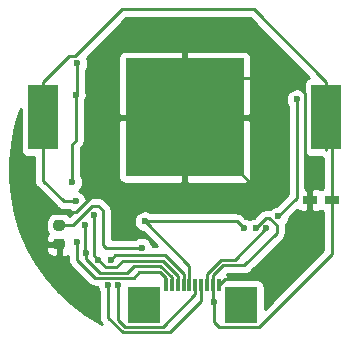
<source format=gtl>
G04 #@! TF.GenerationSoftware,KiCad,Pcbnew,5.1.6*
G04 #@! TF.CreationDate,2020-07-30T14:00:23+02:00*
G04 #@! TF.ProjectId,Watch,57617463-682e-46b6-9963-61645f706362,rev?*
G04 #@! TF.SameCoordinates,Original*
G04 #@! TF.FileFunction,Copper,L1,Top*
G04 #@! TF.FilePolarity,Positive*
%FSLAX46Y46*%
G04 Gerber Fmt 4.6, Leading zero omitted, Abs format (unit mm)*
G04 Created by KiCad (PCBNEW 5.1.6) date 2020-07-30 14:00:23*
%MOMM*%
%LPD*%
G01*
G04 APERTURE LIST*
G04 #@! TA.AperFunction,SMDPad,CuDef*
%ADD10R,2.500000X5.500000*%
G04 #@! TD*
G04 #@! TA.AperFunction,SMDPad,CuDef*
%ADD11R,10.000000X10.000000*%
G04 #@! TD*
G04 #@! TA.AperFunction,SMDPad,CuDef*
%ADD12R,1.200000X0.750000*%
G04 #@! TD*
G04 #@! TA.AperFunction,SMDPad,CuDef*
%ADD13R,0.300000X1.100000*%
G04 #@! TD*
G04 #@! TA.AperFunction,SMDPad,CuDef*
%ADD14R,2.700000X3.100000*%
G04 #@! TD*
G04 #@! TA.AperFunction,ViaPad*
%ADD15C,0.600000*%
G04 #@! TD*
G04 #@! TA.AperFunction,Conductor*
%ADD16C,0.250000*%
G04 #@! TD*
G04 #@! TA.AperFunction,Conductor*
%ADD17C,0.254000*%
G04 #@! TD*
G04 APERTURE END LIST*
D10*
X149500000Y-96500000D03*
X125500000Y-96500000D03*
D11*
X137500000Y-96500000D03*
D12*
X149982000Y-103505000D03*
X148082000Y-103505000D03*
D13*
X135909000Y-110695000D03*
X136409000Y-110695000D03*
X136909000Y-110695000D03*
X137409000Y-110695000D03*
X137909000Y-110695000D03*
X138409000Y-110695000D03*
X138909000Y-110695000D03*
X139409000Y-110695000D03*
X139909000Y-110695000D03*
X140409000Y-110695000D03*
D14*
X134039000Y-112395000D03*
X142279000Y-112395000D03*
G04 #@! TA.AperFunction,SMDPad,CuDef*
G36*
G01*
X127129250Y-107676500D02*
X126616750Y-107676500D01*
G75*
G02*
X126398000Y-107457750I0J218750D01*
G01*
X126398000Y-107020250D01*
G75*
G02*
X126616750Y-106801500I218750J0D01*
G01*
X127129250Y-106801500D01*
G75*
G02*
X127348000Y-107020250I0J-218750D01*
G01*
X127348000Y-107457750D01*
G75*
G02*
X127129250Y-107676500I-218750J0D01*
G01*
G37*
G04 #@! TD.AperFunction*
G04 #@! TA.AperFunction,SMDPad,CuDef*
G36*
G01*
X127129250Y-106101500D02*
X126616750Y-106101500D01*
G75*
G02*
X126398000Y-105882750I0J218750D01*
G01*
X126398000Y-105445250D01*
G75*
G02*
X126616750Y-105226500I218750J0D01*
G01*
X127129250Y-105226500D01*
G75*
G02*
X127348000Y-105445250I0J-218750D01*
G01*
X127348000Y-105882750D01*
G75*
G02*
X127129250Y-106101500I-218750J0D01*
G01*
G37*
G04 #@! TD.AperFunction*
D15*
X128270000Y-103632000D03*
X143510000Y-105918000D03*
X139954000Y-112141000D03*
X144600000Y-102997000D03*
X144046000Y-110208000D03*
X130400000Y-102997000D03*
X129032000Y-105664000D03*
X129168990Y-108006575D03*
X128397000Y-107061000D03*
X144398730Y-105917730D03*
X129794000Y-104775000D03*
X130175000Y-108585000D03*
X134149906Y-105320906D03*
X142494000Y-105918000D03*
X131247247Y-108594990D03*
X147000000Y-95000000D03*
X145413968Y-104901988D03*
X128000000Y-102000000D03*
X128270000Y-94615000D03*
X128397000Y-91948000D03*
X131027449Y-110730471D03*
X131827452Y-110734149D03*
X133858000Y-107569000D03*
D16*
X125000000Y-97000000D02*
X125500000Y-96500000D01*
X150000000Y-97000000D02*
X149500000Y-96500000D01*
X149500000Y-96500000D02*
X149500000Y-99250000D01*
X128270000Y-103632000D02*
X127254000Y-103632000D01*
X125500000Y-101878000D02*
X125500000Y-96500000D01*
X127254000Y-103632000D02*
X125500000Y-101878000D01*
X149982000Y-96982000D02*
X149500000Y-96500000D01*
X149982000Y-103505000D02*
X149982000Y-96982000D01*
X145288000Y-105664000D02*
X145288000Y-106300411D01*
X143510000Y-105918000D02*
X144399000Y-105029000D01*
X144399000Y-105029000D02*
X144653000Y-105029000D01*
X144653000Y-105029000D02*
X145288000Y-105664000D01*
X145288000Y-106300411D02*
X142553400Y-109035011D01*
X142553400Y-109035011D02*
X140775399Y-109035011D01*
X140775399Y-109035011D02*
X139909000Y-109901410D01*
X139909000Y-109901410D02*
X139909000Y-110695000D01*
X125500000Y-93500000D02*
X125500000Y-96500000D01*
X127677001Y-91322999D02*
X125500000Y-93500000D01*
X132207000Y-87376000D02*
X128260001Y-91322999D01*
X128260001Y-91322999D02*
X127677001Y-91322999D01*
X143376000Y-87376000D02*
X132207000Y-87376000D01*
X149500000Y-96500000D02*
X149500000Y-93500000D01*
X149500000Y-93500000D02*
X143376000Y-87376000D01*
X139909000Y-112096000D02*
X139954000Y-112141000D01*
X139909000Y-110695000D02*
X139909000Y-112096000D01*
X149987000Y-108077000D02*
X149987000Y-103510000D01*
X143793999Y-114270001D02*
X149987000Y-108077000D01*
X149987000Y-103510000D02*
X149982000Y-103505000D01*
X140388737Y-114270001D02*
X143793999Y-114270001D01*
X139954000Y-113835264D02*
X140388737Y-114270001D01*
X139954000Y-112141000D02*
X139954000Y-113835264D01*
X144000000Y-103000000D02*
X137500000Y-96500000D01*
X140896000Y-110208000D02*
X144046000Y-110208000D01*
X140409000Y-110695000D02*
X140896000Y-110208000D01*
X148087000Y-105622998D02*
X148087000Y-105283000D01*
X144046000Y-109663998D02*
X148087000Y-105622998D01*
X144046000Y-110208000D02*
X144046000Y-109663998D01*
X148087000Y-103510000D02*
X148082000Y-103505000D01*
X148087000Y-105283000D02*
X148087000Y-103510000D01*
X144650000Y-103000000D02*
X144653000Y-102997000D01*
X144000000Y-103000000D02*
X144650000Y-103000000D01*
X148082000Y-102880000D02*
X147701000Y-102499000D01*
X148082000Y-103505000D02*
X148082000Y-102880000D01*
X147701000Y-102499000D02*
X147701000Y-94488000D01*
X147701000Y-94488000D02*
X146431000Y-93218000D01*
X140782000Y-93218000D02*
X137500000Y-96500000D01*
X146431000Y-93218000D02*
X140782000Y-93218000D01*
X129794000Y-102997000D02*
X130400000Y-102997000D01*
X128270000Y-104521000D02*
X129794000Y-102997000D01*
X126111000Y-104521000D02*
X128270000Y-104521000D01*
X125095000Y-105537000D02*
X126111000Y-104521000D01*
X125095000Y-106553000D02*
X125095000Y-105537000D01*
X125781000Y-107239000D02*
X125095000Y-106553000D01*
X126873000Y-107239000D02*
X125781000Y-107239000D01*
X129032000Y-105664000D02*
X129032000Y-107869585D01*
X129032000Y-107869585D02*
X129168990Y-108006575D01*
X129168990Y-108006575D02*
X129168990Y-108467990D01*
X135449503Y-109094023D02*
X136409000Y-110053520D01*
X136409000Y-110053520D02*
X136409000Y-110695000D01*
X129168990Y-108467990D02*
X130377907Y-109676907D01*
X132602315Y-109676907D02*
X133185199Y-109094023D01*
X133185199Y-109094023D02*
X135449503Y-109094023D01*
X130377907Y-109676907D02*
X132602315Y-109676907D01*
X128397000Y-107061000D02*
X128397000Y-108585000D01*
X128397000Y-108585000D02*
X129888918Y-110076918D01*
X135909000Y-110695000D02*
X135909000Y-110128000D01*
X135909000Y-110128000D02*
X135382000Y-109601000D01*
X133666836Y-109601000D02*
X133190918Y-110076918D01*
X135382000Y-109601000D02*
X133666836Y-109601000D01*
X129888918Y-110076918D02*
X133190918Y-110076918D01*
X139409000Y-109765000D02*
X140589000Y-108585000D01*
X139409000Y-110695000D02*
X139409000Y-109765000D01*
X140589000Y-108585000D02*
X141731460Y-108585000D01*
X141731460Y-108585000D02*
X144398730Y-105917730D01*
X130175000Y-108585000D02*
X129794000Y-108204000D01*
X129794000Y-108204000D02*
X129794000Y-104775000D01*
X130175000Y-108585000D02*
X130810000Y-109220000D01*
X132273578Y-108644012D02*
X135635902Y-108644012D01*
X130810000Y-109220000D02*
X131697590Y-109220000D01*
X136909000Y-109917110D02*
X136909000Y-110695000D01*
X135635902Y-108644012D02*
X136909000Y-109917110D01*
X131697590Y-109220000D02*
X132273578Y-108644012D01*
X141896906Y-105320906D02*
X142494000Y-105918000D01*
X134149906Y-105320906D02*
X141896906Y-105320906D01*
X137909000Y-109080000D02*
X134149906Y-105320906D01*
X137909000Y-110695000D02*
X137909000Y-109080000D01*
X131247247Y-108594990D02*
X131648236Y-108194001D01*
X137409000Y-109780700D02*
X137409000Y-110695000D01*
X135822301Y-108194001D02*
X137409000Y-109780700D01*
X131648236Y-108194001D02*
X135822301Y-108194001D01*
X147000000Y-103315956D02*
X145413968Y-104901988D01*
X147000000Y-95000000D02*
X147000000Y-103315956D01*
X128000000Y-98750000D02*
X128000000Y-102000000D01*
X128270000Y-98480000D02*
X128000000Y-98750000D01*
X128270000Y-94615000D02*
X128270000Y-98480000D01*
X128397000Y-94488000D02*
X128270000Y-94615000D01*
X128397000Y-91948000D02*
X128397000Y-94488000D01*
X138909000Y-110695000D02*
X138909000Y-112043000D01*
X138909000Y-112043000D02*
X136231989Y-114720011D01*
X136231989Y-114720011D02*
X132244600Y-114720011D01*
X132244600Y-114720011D02*
X131027449Y-113502860D01*
X131027449Y-113502860D02*
X131027449Y-110730471D01*
X138409000Y-111495000D02*
X138409000Y-110695000D01*
X135633999Y-114270001D02*
X138409000Y-111495000D01*
X132431001Y-114270001D02*
X135633999Y-114270001D01*
X131827452Y-113666452D02*
X132431001Y-114270001D01*
X131827452Y-110734149D02*
X131827452Y-113666452D01*
X130556000Y-107315000D02*
X130810000Y-107569000D01*
X126873000Y-105664000D02*
X128017410Y-105664000D01*
X128017410Y-105664000D02*
X129668410Y-104013000D01*
X129668410Y-104013000D02*
X130175000Y-104013000D01*
X130175000Y-104013000D02*
X130556000Y-104394000D01*
X130556000Y-104394000D02*
X130556000Y-107315000D01*
X130810000Y-107569000D02*
X133858000Y-107569000D01*
D17*
G36*
X123611928Y-99250000D02*
G01*
X123624188Y-99374482D01*
X123660498Y-99494180D01*
X123719463Y-99604494D01*
X123798815Y-99701185D01*
X123895506Y-99780537D01*
X124005820Y-99839502D01*
X124125518Y-99875812D01*
X124250000Y-99888072D01*
X124740000Y-99888072D01*
X124740000Y-101840677D01*
X124736324Y-101878000D01*
X124740000Y-101915322D01*
X124740000Y-101915332D01*
X124750997Y-102026985D01*
X124788005Y-102148986D01*
X124794454Y-102170246D01*
X124865026Y-102302276D01*
X124904871Y-102350826D01*
X124959999Y-102418001D01*
X124989003Y-102441804D01*
X126690201Y-104143003D01*
X126713999Y-104172001D01*
X126742997Y-104195799D01*
X126829724Y-104266974D01*
X126961753Y-104337546D01*
X127105014Y-104381003D01*
X127254000Y-104395677D01*
X127291333Y-104392000D01*
X127724465Y-104392000D01*
X127827111Y-104460586D01*
X127997271Y-104531068D01*
X128062555Y-104544054D01*
X127749588Y-104857021D01*
X127735115Y-104839385D01*
X127605275Y-104732829D01*
X127457142Y-104653650D01*
X127296408Y-104604892D01*
X127129250Y-104588428D01*
X126616750Y-104588428D01*
X126449592Y-104604892D01*
X126288858Y-104653650D01*
X126140725Y-104732829D01*
X126010885Y-104839385D01*
X125904329Y-104969225D01*
X125825150Y-105117358D01*
X125776392Y-105278092D01*
X125759928Y-105445250D01*
X125759928Y-105882750D01*
X125776392Y-106049908D01*
X125825150Y-106210642D01*
X125904329Y-106358775D01*
X125922100Y-106380430D01*
X125867463Y-106447006D01*
X125808498Y-106557320D01*
X125772188Y-106677018D01*
X125759928Y-106801500D01*
X125763000Y-106953250D01*
X125921750Y-107112000D01*
X126746000Y-107112000D01*
X126746000Y-107092000D01*
X127000000Y-107092000D01*
X127000000Y-107112000D01*
X127020000Y-107112000D01*
X127020000Y-107366000D01*
X127000000Y-107366000D01*
X127000000Y-108152750D01*
X127158750Y-108311500D01*
X127348000Y-108314572D01*
X127472482Y-108302312D01*
X127592180Y-108266002D01*
X127637001Y-108242044D01*
X127637001Y-108547668D01*
X127633324Y-108585000D01*
X127637001Y-108622333D01*
X127647998Y-108733986D01*
X127655961Y-108760236D01*
X127691454Y-108877246D01*
X127762026Y-109009276D01*
X127831577Y-109094023D01*
X127857000Y-109125001D01*
X127885998Y-109148799D01*
X129325119Y-110587921D01*
X129348917Y-110616919D01*
X129464642Y-110711892D01*
X129596671Y-110782464D01*
X129739932Y-110825921D01*
X129851585Y-110836918D01*
X129851593Y-110836918D01*
X129888918Y-110840594D01*
X129926243Y-110836918D01*
X130095305Y-110836918D01*
X130128381Y-111003200D01*
X130198863Y-111173360D01*
X130267450Y-111276008D01*
X130267449Y-113465537D01*
X130263773Y-113502860D01*
X130267449Y-113540182D01*
X130267449Y-113540192D01*
X130278446Y-113651845D01*
X130321903Y-113795106D01*
X130392475Y-113927136D01*
X130419455Y-113960011D01*
X130487099Y-114042436D01*
X130309273Y-113955208D01*
X129035510Y-113161265D01*
X127848604Y-112242531D01*
X126760734Y-111208434D01*
X125783063Y-110069584D01*
X124925624Y-108837668D01*
X124281124Y-107676500D01*
X125759928Y-107676500D01*
X125772188Y-107800982D01*
X125808498Y-107920680D01*
X125867463Y-108030994D01*
X125946815Y-108127685D01*
X126043506Y-108207037D01*
X126153820Y-108266002D01*
X126273518Y-108302312D01*
X126398000Y-108314572D01*
X126587250Y-108311500D01*
X126746000Y-108152750D01*
X126746000Y-107366000D01*
X125921750Y-107366000D01*
X125763000Y-107524750D01*
X125759928Y-107676500D01*
X124281124Y-107676500D01*
X124197216Y-107525327D01*
X123605312Y-106146027D01*
X123155986Y-104713923D01*
X122853849Y-103243708D01*
X122702002Y-101750470D01*
X122702002Y-100249530D01*
X122853849Y-98756292D01*
X123155986Y-97286077D01*
X123605312Y-95853973D01*
X123611928Y-95838556D01*
X123611928Y-99250000D01*
G37*
X123611928Y-99250000D02*
X123624188Y-99374482D01*
X123660498Y-99494180D01*
X123719463Y-99604494D01*
X123798815Y-99701185D01*
X123895506Y-99780537D01*
X124005820Y-99839502D01*
X124125518Y-99875812D01*
X124250000Y-99888072D01*
X124740000Y-99888072D01*
X124740000Y-101840677D01*
X124736324Y-101878000D01*
X124740000Y-101915322D01*
X124740000Y-101915332D01*
X124750997Y-102026985D01*
X124788005Y-102148986D01*
X124794454Y-102170246D01*
X124865026Y-102302276D01*
X124904871Y-102350826D01*
X124959999Y-102418001D01*
X124989003Y-102441804D01*
X126690201Y-104143003D01*
X126713999Y-104172001D01*
X126742997Y-104195799D01*
X126829724Y-104266974D01*
X126961753Y-104337546D01*
X127105014Y-104381003D01*
X127254000Y-104395677D01*
X127291333Y-104392000D01*
X127724465Y-104392000D01*
X127827111Y-104460586D01*
X127997271Y-104531068D01*
X128062555Y-104544054D01*
X127749588Y-104857021D01*
X127735115Y-104839385D01*
X127605275Y-104732829D01*
X127457142Y-104653650D01*
X127296408Y-104604892D01*
X127129250Y-104588428D01*
X126616750Y-104588428D01*
X126449592Y-104604892D01*
X126288858Y-104653650D01*
X126140725Y-104732829D01*
X126010885Y-104839385D01*
X125904329Y-104969225D01*
X125825150Y-105117358D01*
X125776392Y-105278092D01*
X125759928Y-105445250D01*
X125759928Y-105882750D01*
X125776392Y-106049908D01*
X125825150Y-106210642D01*
X125904329Y-106358775D01*
X125922100Y-106380430D01*
X125867463Y-106447006D01*
X125808498Y-106557320D01*
X125772188Y-106677018D01*
X125759928Y-106801500D01*
X125763000Y-106953250D01*
X125921750Y-107112000D01*
X126746000Y-107112000D01*
X126746000Y-107092000D01*
X127000000Y-107092000D01*
X127000000Y-107112000D01*
X127020000Y-107112000D01*
X127020000Y-107366000D01*
X127000000Y-107366000D01*
X127000000Y-108152750D01*
X127158750Y-108311500D01*
X127348000Y-108314572D01*
X127472482Y-108302312D01*
X127592180Y-108266002D01*
X127637001Y-108242044D01*
X127637001Y-108547668D01*
X127633324Y-108585000D01*
X127637001Y-108622333D01*
X127647998Y-108733986D01*
X127655961Y-108760236D01*
X127691454Y-108877246D01*
X127762026Y-109009276D01*
X127831577Y-109094023D01*
X127857000Y-109125001D01*
X127885998Y-109148799D01*
X129325119Y-110587921D01*
X129348917Y-110616919D01*
X129464642Y-110711892D01*
X129596671Y-110782464D01*
X129739932Y-110825921D01*
X129851585Y-110836918D01*
X129851593Y-110836918D01*
X129888918Y-110840594D01*
X129926243Y-110836918D01*
X130095305Y-110836918D01*
X130128381Y-111003200D01*
X130198863Y-111173360D01*
X130267450Y-111276008D01*
X130267449Y-113465537D01*
X130263773Y-113502860D01*
X130267449Y-113540182D01*
X130267449Y-113540192D01*
X130278446Y-113651845D01*
X130321903Y-113795106D01*
X130392475Y-113927136D01*
X130419455Y-113960011D01*
X130487099Y-114042436D01*
X130309273Y-113955208D01*
X129035510Y-113161265D01*
X127848604Y-112242531D01*
X126760734Y-111208434D01*
X125783063Y-110069584D01*
X124925624Y-108837668D01*
X124281124Y-107676500D01*
X125759928Y-107676500D01*
X125772188Y-107800982D01*
X125808498Y-107920680D01*
X125867463Y-108030994D01*
X125946815Y-108127685D01*
X126043506Y-108207037D01*
X126153820Y-108266002D01*
X126273518Y-108302312D01*
X126398000Y-108314572D01*
X126587250Y-108311500D01*
X126746000Y-108152750D01*
X126746000Y-107366000D01*
X125921750Y-107366000D01*
X125763000Y-107524750D01*
X125759928Y-107676500D01*
X124281124Y-107676500D01*
X124197216Y-107525327D01*
X123605312Y-106146027D01*
X123155986Y-104713923D01*
X122853849Y-103243708D01*
X122702002Y-101750470D01*
X122702002Y-100249530D01*
X122853849Y-98756292D01*
X123155986Y-97286077D01*
X123605312Y-95853973D01*
X123611928Y-95838556D01*
X123611928Y-99250000D01*
G36*
X147798815Y-99701185D02*
G01*
X147895506Y-99780537D01*
X148005820Y-99839502D01*
X148125518Y-99875812D01*
X148250000Y-99888072D01*
X149081521Y-99888072D01*
X149207754Y-99955546D01*
X149222001Y-99959868D01*
X149222000Y-102514962D01*
X149137820Y-102540498D01*
X149032000Y-102597061D01*
X148926180Y-102540498D01*
X148806482Y-102504188D01*
X148682000Y-102491928D01*
X148367750Y-102495000D01*
X148209000Y-102653750D01*
X148209000Y-103378000D01*
X148229000Y-103378000D01*
X148229000Y-103632000D01*
X148209000Y-103632000D01*
X148209000Y-104356250D01*
X148367750Y-104515000D01*
X148682000Y-104518072D01*
X148806482Y-104505812D01*
X148926180Y-104469502D01*
X149032000Y-104412939D01*
X149137820Y-104469502D01*
X149227001Y-104496555D01*
X149227000Y-107762198D01*
X144267072Y-112722127D01*
X144267072Y-110845000D01*
X144254812Y-110720518D01*
X144218502Y-110600820D01*
X144159537Y-110490506D01*
X144080185Y-110393815D01*
X143983494Y-110314463D01*
X143873180Y-110255498D01*
X143753482Y-110219188D01*
X143629000Y-110206928D01*
X141196375Y-110206928D01*
X141196965Y-110156675D01*
X141186984Y-110031989D01*
X141152871Y-109911647D01*
X141095935Y-109800273D01*
X141091775Y-109795011D01*
X142516078Y-109795011D01*
X142553400Y-109798687D01*
X142590722Y-109795011D01*
X142590733Y-109795011D01*
X142702386Y-109784014D01*
X142845647Y-109740557D01*
X142977676Y-109669985D01*
X143093401Y-109575012D01*
X143117204Y-109546008D01*
X145799008Y-106864206D01*
X145828001Y-106840412D01*
X145851795Y-106811419D01*
X145851799Y-106811415D01*
X145922973Y-106724688D01*
X145946846Y-106680026D01*
X145993546Y-106592658D01*
X146037003Y-106449397D01*
X146048000Y-106337744D01*
X146048000Y-106337735D01*
X146051676Y-106300412D01*
X146048000Y-106263089D01*
X146048000Y-105701333D01*
X146051677Y-105664000D01*
X146044734Y-105593512D01*
X146140230Y-105498016D01*
X146242554Y-105344877D01*
X146313036Y-105174717D01*
X146337121Y-105053637D01*
X147046610Y-104344148D01*
X147127506Y-104410537D01*
X147237820Y-104469502D01*
X147357518Y-104505812D01*
X147482000Y-104518072D01*
X147796250Y-104515000D01*
X147955000Y-104356250D01*
X147955000Y-103632000D01*
X147935000Y-103632000D01*
X147935000Y-103378000D01*
X147955000Y-103378000D01*
X147955000Y-102653750D01*
X147796250Y-102495000D01*
X147760000Y-102494646D01*
X147760000Y-99653889D01*
X147798815Y-99701185D01*
G37*
X147798815Y-99701185D02*
X147895506Y-99780537D01*
X148005820Y-99839502D01*
X148125518Y-99875812D01*
X148250000Y-99888072D01*
X149081521Y-99888072D01*
X149207754Y-99955546D01*
X149222001Y-99959868D01*
X149222000Y-102514962D01*
X149137820Y-102540498D01*
X149032000Y-102597061D01*
X148926180Y-102540498D01*
X148806482Y-102504188D01*
X148682000Y-102491928D01*
X148367750Y-102495000D01*
X148209000Y-102653750D01*
X148209000Y-103378000D01*
X148229000Y-103378000D01*
X148229000Y-103632000D01*
X148209000Y-103632000D01*
X148209000Y-104356250D01*
X148367750Y-104515000D01*
X148682000Y-104518072D01*
X148806482Y-104505812D01*
X148926180Y-104469502D01*
X149032000Y-104412939D01*
X149137820Y-104469502D01*
X149227001Y-104496555D01*
X149227000Y-107762198D01*
X144267072Y-112722127D01*
X144267072Y-110845000D01*
X144254812Y-110720518D01*
X144218502Y-110600820D01*
X144159537Y-110490506D01*
X144080185Y-110393815D01*
X143983494Y-110314463D01*
X143873180Y-110255498D01*
X143753482Y-110219188D01*
X143629000Y-110206928D01*
X141196375Y-110206928D01*
X141196965Y-110156675D01*
X141186984Y-110031989D01*
X141152871Y-109911647D01*
X141095935Y-109800273D01*
X141091775Y-109795011D01*
X142516078Y-109795011D01*
X142553400Y-109798687D01*
X142590722Y-109795011D01*
X142590733Y-109795011D01*
X142702386Y-109784014D01*
X142845647Y-109740557D01*
X142977676Y-109669985D01*
X143093401Y-109575012D01*
X143117204Y-109546008D01*
X145799008Y-106864206D01*
X145828001Y-106840412D01*
X145851795Y-106811419D01*
X145851799Y-106811415D01*
X145922973Y-106724688D01*
X145946846Y-106680026D01*
X145993546Y-106592658D01*
X146037003Y-106449397D01*
X146048000Y-106337744D01*
X146048000Y-106337735D01*
X146051676Y-106300412D01*
X146048000Y-106263089D01*
X146048000Y-105701333D01*
X146051677Y-105664000D01*
X146044734Y-105593512D01*
X146140230Y-105498016D01*
X146242554Y-105344877D01*
X146313036Y-105174717D01*
X146337121Y-105053637D01*
X147046610Y-104344148D01*
X147127506Y-104410537D01*
X147237820Y-104469502D01*
X147357518Y-104505812D01*
X147482000Y-104518072D01*
X147796250Y-104515000D01*
X147955000Y-104356250D01*
X147955000Y-103632000D01*
X147935000Y-103632000D01*
X147935000Y-103378000D01*
X147955000Y-103378000D01*
X147955000Y-102653750D01*
X147796250Y-102495000D01*
X147760000Y-102494646D01*
X147760000Y-99653889D01*
X147798815Y-99701185D01*
G36*
X148067105Y-93141907D02*
G01*
X148005820Y-93160498D01*
X147895506Y-93219463D01*
X147798815Y-93298815D01*
X147719463Y-93395506D01*
X147660498Y-93505820D01*
X147624188Y-93625518D01*
X147611928Y-93750000D01*
X147611928Y-94289638D01*
X147596028Y-94273738D01*
X147442889Y-94171414D01*
X147272729Y-94100932D01*
X147092089Y-94065000D01*
X146907911Y-94065000D01*
X146727271Y-94100932D01*
X146557111Y-94171414D01*
X146403972Y-94273738D01*
X146273738Y-94403972D01*
X146171414Y-94557111D01*
X146100932Y-94727271D01*
X146065000Y-94907911D01*
X146065000Y-95092089D01*
X146100932Y-95272729D01*
X146171414Y-95442889D01*
X146240000Y-95545536D01*
X146240001Y-103001153D01*
X145262319Y-103978835D01*
X145141239Y-104002920D01*
X144971079Y-104073402D01*
X144817940Y-104175726D01*
X144721588Y-104272078D01*
X144690333Y-104269000D01*
X144690322Y-104269000D01*
X144653000Y-104265324D01*
X144615678Y-104269000D01*
X144436323Y-104269000D01*
X144399000Y-104265324D01*
X144361677Y-104269000D01*
X144361667Y-104269000D01*
X144250014Y-104279997D01*
X144106753Y-104323454D01*
X143974724Y-104394026D01*
X143858999Y-104488999D01*
X143835201Y-104517997D01*
X143358351Y-104994847D01*
X143237271Y-105018932D01*
X143067111Y-105089414D01*
X143002000Y-105132920D01*
X142936889Y-105089414D01*
X142766729Y-105018932D01*
X142645649Y-104994847D01*
X142460709Y-104809908D01*
X142436907Y-104780905D01*
X142321182Y-104685932D01*
X142189153Y-104615360D01*
X142045892Y-104571903D01*
X141934239Y-104560906D01*
X141934228Y-104560906D01*
X141896906Y-104557230D01*
X141859584Y-104560906D01*
X134695441Y-104560906D01*
X134592795Y-104492320D01*
X134422635Y-104421838D01*
X134241995Y-104385906D01*
X134057817Y-104385906D01*
X133877177Y-104421838D01*
X133707017Y-104492320D01*
X133553878Y-104594644D01*
X133423644Y-104724878D01*
X133321320Y-104878017D01*
X133250838Y-105048177D01*
X133214906Y-105228817D01*
X133214906Y-105412995D01*
X133250838Y-105593635D01*
X133321320Y-105763795D01*
X133423644Y-105916934D01*
X133553878Y-106047168D01*
X133707017Y-106149492D01*
X133877177Y-106219974D01*
X133998258Y-106244059D01*
X135188200Y-107434001D01*
X134784465Y-107434001D01*
X134757068Y-107296271D01*
X134686586Y-107126111D01*
X134584262Y-106972972D01*
X134454028Y-106842738D01*
X134300889Y-106740414D01*
X134130729Y-106669932D01*
X133950089Y-106634000D01*
X133765911Y-106634000D01*
X133585271Y-106669932D01*
X133415111Y-106740414D01*
X133312465Y-106809000D01*
X131316000Y-106809000D01*
X131316000Y-104431322D01*
X131319676Y-104393999D01*
X131316000Y-104356676D01*
X131316000Y-104356667D01*
X131305003Y-104245014D01*
X131261546Y-104101753D01*
X131190974Y-103969724D01*
X131096001Y-103853999D01*
X131066998Y-103830197D01*
X130738804Y-103502003D01*
X130715001Y-103472999D01*
X130599276Y-103378026D01*
X130467247Y-103307454D01*
X130323986Y-103263997D01*
X130212333Y-103253000D01*
X130212322Y-103253000D01*
X130175000Y-103249324D01*
X130137678Y-103253000D01*
X129705743Y-103253000D01*
X129668410Y-103249323D01*
X129631077Y-103253000D01*
X129519424Y-103263997D01*
X129376163Y-103307454D01*
X129244134Y-103378026D01*
X129182810Y-103428354D01*
X129169068Y-103359271D01*
X129098586Y-103189111D01*
X128996262Y-103035972D01*
X128866028Y-102905738D01*
X128712889Y-102803414D01*
X128569469Y-102744008D01*
X128596028Y-102726262D01*
X128726262Y-102596028D01*
X128828586Y-102442889D01*
X128899068Y-102272729D01*
X128935000Y-102092089D01*
X128935000Y-101907911D01*
X128899068Y-101727271D01*
X128828586Y-101557111D01*
X128790426Y-101500000D01*
X131861928Y-101500000D01*
X131874188Y-101624482D01*
X131910498Y-101744180D01*
X131969463Y-101854494D01*
X132048815Y-101951185D01*
X132145506Y-102030537D01*
X132255820Y-102089502D01*
X132375518Y-102125812D01*
X132500000Y-102138072D01*
X137214250Y-102135000D01*
X137373000Y-101976250D01*
X137373000Y-96627000D01*
X137627000Y-96627000D01*
X137627000Y-101976250D01*
X137785750Y-102135000D01*
X142500000Y-102138072D01*
X142624482Y-102125812D01*
X142744180Y-102089502D01*
X142854494Y-102030537D01*
X142951185Y-101951185D01*
X143030537Y-101854494D01*
X143089502Y-101744180D01*
X143125812Y-101624482D01*
X143138072Y-101500000D01*
X143135000Y-96785750D01*
X142976250Y-96627000D01*
X137627000Y-96627000D01*
X137373000Y-96627000D01*
X132023750Y-96627000D01*
X131865000Y-96785750D01*
X131861928Y-101500000D01*
X128790426Y-101500000D01*
X128760000Y-101454465D01*
X128760000Y-99064801D01*
X128780997Y-99043804D01*
X128810001Y-99020001D01*
X128904974Y-98904276D01*
X128975546Y-98772247D01*
X129019003Y-98628986D01*
X129030000Y-98517333D01*
X129030000Y-98517325D01*
X129033676Y-98480000D01*
X129030000Y-98442675D01*
X129030000Y-95160535D01*
X129098586Y-95057889D01*
X129169068Y-94887729D01*
X129205000Y-94707089D01*
X129205000Y-94522911D01*
X129169068Y-94342271D01*
X129157000Y-94313136D01*
X129157000Y-92493535D01*
X129225586Y-92390889D01*
X129296068Y-92220729D01*
X129332000Y-92040089D01*
X129332000Y-91855911D01*
X129296068Y-91675271D01*
X129225586Y-91505111D01*
X129222171Y-91500000D01*
X131861928Y-91500000D01*
X131865000Y-96214250D01*
X132023750Y-96373000D01*
X137373000Y-96373000D01*
X137373000Y-91023750D01*
X137627000Y-91023750D01*
X137627000Y-96373000D01*
X142976250Y-96373000D01*
X143135000Y-96214250D01*
X143138072Y-91500000D01*
X143125812Y-91375518D01*
X143089502Y-91255820D01*
X143030537Y-91145506D01*
X142951185Y-91048815D01*
X142854494Y-90969463D01*
X142744180Y-90910498D01*
X142624482Y-90874188D01*
X142500000Y-90861928D01*
X137785750Y-90865000D01*
X137627000Y-91023750D01*
X137373000Y-91023750D01*
X137214250Y-90865000D01*
X132500000Y-90861928D01*
X132375518Y-90874188D01*
X132255820Y-90910498D01*
X132145506Y-90969463D01*
X132048815Y-91048815D01*
X131969463Y-91145506D01*
X131910498Y-91255820D01*
X131874188Y-91375518D01*
X131861928Y-91500000D01*
X129222171Y-91500000D01*
X129196388Y-91461413D01*
X132521802Y-88136000D01*
X143061199Y-88136000D01*
X148067105Y-93141907D01*
G37*
X148067105Y-93141907D02*
X148005820Y-93160498D01*
X147895506Y-93219463D01*
X147798815Y-93298815D01*
X147719463Y-93395506D01*
X147660498Y-93505820D01*
X147624188Y-93625518D01*
X147611928Y-93750000D01*
X147611928Y-94289638D01*
X147596028Y-94273738D01*
X147442889Y-94171414D01*
X147272729Y-94100932D01*
X147092089Y-94065000D01*
X146907911Y-94065000D01*
X146727271Y-94100932D01*
X146557111Y-94171414D01*
X146403972Y-94273738D01*
X146273738Y-94403972D01*
X146171414Y-94557111D01*
X146100932Y-94727271D01*
X146065000Y-94907911D01*
X146065000Y-95092089D01*
X146100932Y-95272729D01*
X146171414Y-95442889D01*
X146240000Y-95545536D01*
X146240001Y-103001153D01*
X145262319Y-103978835D01*
X145141239Y-104002920D01*
X144971079Y-104073402D01*
X144817940Y-104175726D01*
X144721588Y-104272078D01*
X144690333Y-104269000D01*
X144690322Y-104269000D01*
X144653000Y-104265324D01*
X144615678Y-104269000D01*
X144436323Y-104269000D01*
X144399000Y-104265324D01*
X144361677Y-104269000D01*
X144361667Y-104269000D01*
X144250014Y-104279997D01*
X144106753Y-104323454D01*
X143974724Y-104394026D01*
X143858999Y-104488999D01*
X143835201Y-104517997D01*
X143358351Y-104994847D01*
X143237271Y-105018932D01*
X143067111Y-105089414D01*
X143002000Y-105132920D01*
X142936889Y-105089414D01*
X142766729Y-105018932D01*
X142645649Y-104994847D01*
X142460709Y-104809908D01*
X142436907Y-104780905D01*
X142321182Y-104685932D01*
X142189153Y-104615360D01*
X142045892Y-104571903D01*
X141934239Y-104560906D01*
X141934228Y-104560906D01*
X141896906Y-104557230D01*
X141859584Y-104560906D01*
X134695441Y-104560906D01*
X134592795Y-104492320D01*
X134422635Y-104421838D01*
X134241995Y-104385906D01*
X134057817Y-104385906D01*
X133877177Y-104421838D01*
X133707017Y-104492320D01*
X133553878Y-104594644D01*
X133423644Y-104724878D01*
X133321320Y-104878017D01*
X133250838Y-105048177D01*
X133214906Y-105228817D01*
X133214906Y-105412995D01*
X133250838Y-105593635D01*
X133321320Y-105763795D01*
X133423644Y-105916934D01*
X133553878Y-106047168D01*
X133707017Y-106149492D01*
X133877177Y-106219974D01*
X133998258Y-106244059D01*
X135188200Y-107434001D01*
X134784465Y-107434001D01*
X134757068Y-107296271D01*
X134686586Y-107126111D01*
X134584262Y-106972972D01*
X134454028Y-106842738D01*
X134300889Y-106740414D01*
X134130729Y-106669932D01*
X133950089Y-106634000D01*
X133765911Y-106634000D01*
X133585271Y-106669932D01*
X133415111Y-106740414D01*
X133312465Y-106809000D01*
X131316000Y-106809000D01*
X131316000Y-104431322D01*
X131319676Y-104393999D01*
X131316000Y-104356676D01*
X131316000Y-104356667D01*
X131305003Y-104245014D01*
X131261546Y-104101753D01*
X131190974Y-103969724D01*
X131096001Y-103853999D01*
X131066998Y-103830197D01*
X130738804Y-103502003D01*
X130715001Y-103472999D01*
X130599276Y-103378026D01*
X130467247Y-103307454D01*
X130323986Y-103263997D01*
X130212333Y-103253000D01*
X130212322Y-103253000D01*
X130175000Y-103249324D01*
X130137678Y-103253000D01*
X129705743Y-103253000D01*
X129668410Y-103249323D01*
X129631077Y-103253000D01*
X129519424Y-103263997D01*
X129376163Y-103307454D01*
X129244134Y-103378026D01*
X129182810Y-103428354D01*
X129169068Y-103359271D01*
X129098586Y-103189111D01*
X128996262Y-103035972D01*
X128866028Y-102905738D01*
X128712889Y-102803414D01*
X128569469Y-102744008D01*
X128596028Y-102726262D01*
X128726262Y-102596028D01*
X128828586Y-102442889D01*
X128899068Y-102272729D01*
X128935000Y-102092089D01*
X128935000Y-101907911D01*
X128899068Y-101727271D01*
X128828586Y-101557111D01*
X128790426Y-101500000D01*
X131861928Y-101500000D01*
X131874188Y-101624482D01*
X131910498Y-101744180D01*
X131969463Y-101854494D01*
X132048815Y-101951185D01*
X132145506Y-102030537D01*
X132255820Y-102089502D01*
X132375518Y-102125812D01*
X132500000Y-102138072D01*
X137214250Y-102135000D01*
X137373000Y-101976250D01*
X137373000Y-96627000D01*
X137627000Y-96627000D01*
X137627000Y-101976250D01*
X137785750Y-102135000D01*
X142500000Y-102138072D01*
X142624482Y-102125812D01*
X142744180Y-102089502D01*
X142854494Y-102030537D01*
X142951185Y-101951185D01*
X143030537Y-101854494D01*
X143089502Y-101744180D01*
X143125812Y-101624482D01*
X143138072Y-101500000D01*
X143135000Y-96785750D01*
X142976250Y-96627000D01*
X137627000Y-96627000D01*
X137373000Y-96627000D01*
X132023750Y-96627000D01*
X131865000Y-96785750D01*
X131861928Y-101500000D01*
X128790426Y-101500000D01*
X128760000Y-101454465D01*
X128760000Y-99064801D01*
X128780997Y-99043804D01*
X128810001Y-99020001D01*
X128904974Y-98904276D01*
X128975546Y-98772247D01*
X129019003Y-98628986D01*
X129030000Y-98517333D01*
X129030000Y-98517325D01*
X129033676Y-98480000D01*
X129030000Y-98442675D01*
X129030000Y-95160535D01*
X129098586Y-95057889D01*
X129169068Y-94887729D01*
X129205000Y-94707089D01*
X129205000Y-94522911D01*
X129169068Y-94342271D01*
X129157000Y-94313136D01*
X129157000Y-92493535D01*
X129225586Y-92390889D01*
X129296068Y-92220729D01*
X129332000Y-92040089D01*
X129332000Y-91855911D01*
X129296068Y-91675271D01*
X129225586Y-91505111D01*
X129222171Y-91500000D01*
X131861928Y-91500000D01*
X131865000Y-96214250D01*
X132023750Y-96373000D01*
X137373000Y-96373000D01*
X137373000Y-91023750D01*
X137627000Y-91023750D01*
X137627000Y-96373000D01*
X142976250Y-96373000D01*
X143135000Y-96214250D01*
X143138072Y-91500000D01*
X143125812Y-91375518D01*
X143089502Y-91255820D01*
X143030537Y-91145506D01*
X142951185Y-91048815D01*
X142854494Y-90969463D01*
X142744180Y-90910498D01*
X142624482Y-90874188D01*
X142500000Y-90861928D01*
X137785750Y-90865000D01*
X137627000Y-91023750D01*
X137373000Y-91023750D01*
X137214250Y-90865000D01*
X132500000Y-90861928D01*
X132375518Y-90874188D01*
X132255820Y-90910498D01*
X132145506Y-90969463D01*
X132048815Y-91048815D01*
X131969463Y-91145506D01*
X131910498Y-91255820D01*
X131874188Y-91375518D01*
X131861928Y-91500000D01*
X129222171Y-91500000D01*
X129196388Y-91461413D01*
X132521802Y-88136000D01*
X143061199Y-88136000D01*
X148067105Y-93141907D01*
M02*

</source>
